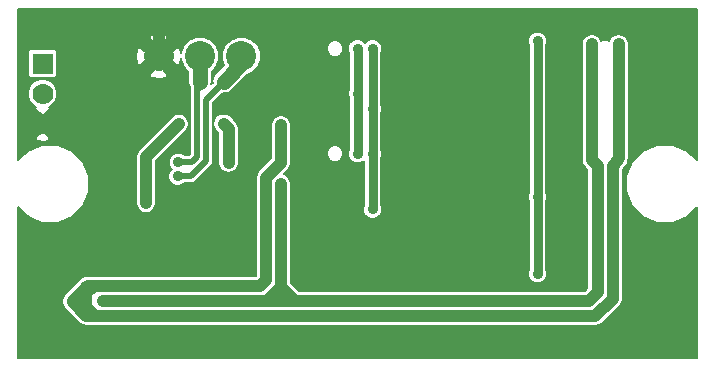
<source format=gbr>
G04 #@! TF.FileFunction,Copper,L2,Bot,Signal*
%FSLAX46Y46*%
G04 Gerber Fmt 4.6, Leading zero omitted, Abs format (unit mm)*
G04 Created by KiCad (PCBNEW 4.0.1-3.201512221401+6198~38~ubuntu15.10.1-stable) date Tue 05 Apr 2016 01:32:22 PM EEST*
%MOMM*%
G01*
G04 APERTURE LIST*
%ADD10C,0.100000*%
%ADD11C,2.540000*%
%ADD12R,1.778000X1.778000*%
%ADD13C,1.778000*%
%ADD14C,0.900000*%
%ADD15C,1.016000*%
%ADD16C,0.990600*%
%ADD17C,0.762000*%
%ADD18C,0.508000*%
%ADD19C,1.270000*%
%ADD20C,0.203200*%
G04 APERTURE END LIST*
D10*
D11*
X142875000Y-100965000D03*
X139375000Y-100965000D03*
X146375000Y-100965000D03*
D12*
X129540000Y-101600000D03*
D13*
X129540000Y-106680000D03*
X129540000Y-104140000D03*
D14*
X149733000Y-106807000D03*
X133223000Y-121666000D03*
X133223000Y-122936000D03*
X149733000Y-107696000D03*
X178308000Y-99949000D03*
X177800000Y-112903000D03*
X132080000Y-121666000D03*
X144862444Y-106678542D03*
X145288000Y-109982000D03*
X149733000Y-112711292D03*
X135636000Y-121666000D03*
X176052999Y-99949000D03*
X176530000Y-112903000D03*
X149733000Y-111760000D03*
X134620000Y-121666000D03*
X158750000Y-109220000D03*
X160020000Y-109220000D03*
X161290000Y-109220000D03*
X162560000Y-109220000D03*
X163830000Y-109220000D03*
X167640000Y-109209814D03*
X168910000Y-109209814D03*
X170180000Y-109209814D03*
X172720000Y-109209814D03*
X174614814Y-109209814D03*
X165605409Y-109209814D03*
X133350000Y-107950000D03*
X132080000Y-106680000D03*
X148943311Y-101600000D03*
X148943311Y-103010305D03*
X148943311Y-99060000D03*
X148943311Y-100330000D03*
X129736296Y-120973296D03*
X129736296Y-119691704D03*
X129692828Y-116459796D03*
X129736296Y-118169529D03*
X133400000Y-118160000D03*
X133350000Y-116459000D03*
X163195000Y-100330000D03*
X161290000Y-100330000D03*
X159385000Y-100330000D03*
X167640000Y-100330000D03*
X169545000Y-100330000D03*
X165608000Y-100457000D03*
X182880000Y-104521000D03*
X180975000Y-104521000D03*
X130175000Y-125984000D03*
X128016000Y-124460000D03*
X128016000Y-121920000D03*
X128016000Y-117475000D03*
X128016000Y-119761000D03*
X127888999Y-105410000D03*
X127888999Y-102870000D03*
X127888999Y-100330000D03*
X131445000Y-97536000D03*
X139375000Y-97545052D03*
X141605000Y-97536000D03*
X144145000Y-97536000D03*
X146685000Y-97536000D03*
X148943311Y-97536000D03*
X151130000Y-97536000D03*
X182245000Y-125984000D03*
X184404000Y-123825000D03*
X184404000Y-118745000D03*
X184404000Y-116840000D03*
X179070000Y-97536000D03*
X180975000Y-97536000D03*
X184436305Y-106680000D03*
X184436305Y-100330000D03*
X184436305Y-102235000D03*
X138303000Y-98171000D03*
X137287000Y-104648000D03*
X136017000Y-103378000D03*
X138303000Y-105664000D03*
X159131000Y-104521000D03*
X160782000Y-104521000D03*
X162306000Y-104521000D03*
X163957000Y-104521000D03*
X165608000Y-104521000D03*
X167259000Y-104521000D03*
X168783000Y-104521000D03*
X170307000Y-104521000D03*
X172974000Y-104521000D03*
X174752000Y-104521000D03*
X184404000Y-104521000D03*
X184404000Y-114808000D03*
X184436305Y-108705015D03*
X128016000Y-114808000D03*
X128016000Y-125984000D03*
X184404000Y-125984000D03*
X127888999Y-108457999D03*
X137160000Y-98171000D03*
X136017000Y-98171000D03*
X147447000Y-104521000D03*
X146177000Y-104521000D03*
X146177000Y-105664000D03*
X131064000Y-116459000D03*
X131114000Y-118160000D03*
X131064000Y-119761000D03*
X147066000Y-112649000D03*
X147066000Y-111506000D03*
X146177000Y-112649000D03*
X145161000Y-111506000D03*
X141029889Y-109954899D03*
X140999596Y-111124416D03*
X171450000Y-99695000D03*
X171450000Y-119380000D03*
X171450000Y-112903000D03*
X157481803Y-113927100D03*
X157480000Y-109220000D03*
X157480000Y-100330000D03*
X157480000Y-105410000D03*
X156219525Y-104155875D03*
X156210000Y-100330000D03*
X156210000Y-109220000D03*
X141097000Y-106680000D03*
X138303000Y-113411000D03*
D15*
X134093945Y-120395990D02*
X147950935Y-120395990D01*
X147950935Y-120395990D02*
X148462990Y-119883935D01*
X148462990Y-119883935D02*
X148462990Y-111233945D01*
X148462990Y-111233945D02*
X149733000Y-109963935D01*
X149733000Y-109963935D02*
X149733000Y-107696000D01*
X176352475Y-122936010D02*
X177800000Y-121488485D01*
X134112000Y-122936010D02*
X176352475Y-122936010D01*
X177800000Y-113539396D02*
X177800000Y-112903000D01*
X177800000Y-121488485D02*
X177800000Y-113539396D01*
X177800000Y-112903000D02*
X177800000Y-110230762D01*
X177800000Y-110230762D02*
X178277001Y-109753761D01*
X178277001Y-109753761D02*
X178277001Y-109636207D01*
X178308000Y-100838000D02*
X178308000Y-99949000D01*
X178277001Y-109636207D02*
X178308000Y-109605208D01*
X178308000Y-109605208D02*
X178308000Y-100838000D01*
X149733000Y-106807000D02*
X149733000Y-107696000D01*
X133223000Y-121666000D02*
X133223000Y-121031000D01*
X133223000Y-122174000D02*
X133223000Y-121666000D01*
X133223000Y-122936000D02*
X133223000Y-122174000D01*
X133350010Y-122936010D02*
X134112000Y-122936010D01*
X134112000Y-122936010D02*
X133985010Y-122936010D01*
X133985010Y-122936010D02*
X133223000Y-122174000D01*
X134093945Y-120395990D02*
X133858010Y-120395990D01*
X133858010Y-120395990D02*
X133223000Y-121031000D01*
X133223000Y-121031000D02*
X133223000Y-120523000D01*
X133223000Y-120523000D02*
X133350010Y-120395990D01*
X132080000Y-121666000D02*
X132080000Y-121793000D01*
X132080000Y-121793000D02*
X133223000Y-122936000D01*
X133223000Y-122936000D02*
X133350000Y-122936000D01*
X133350000Y-122936000D02*
X133350010Y-122936010D01*
X132080000Y-121666000D02*
X133350010Y-120395990D01*
X133350010Y-120395990D02*
X134093945Y-120395990D01*
X145288000Y-107104098D02*
X144862444Y-106678542D01*
X145288000Y-109982000D02*
X145288000Y-107104098D01*
X151003000Y-121666000D02*
X175826419Y-121666000D01*
X151003000Y-121666000D02*
X150876000Y-121666000D01*
X149733000Y-121666000D02*
X151003000Y-121666000D01*
X150876000Y-121666000D02*
X149733000Y-120523000D01*
X148717000Y-121666000D02*
X149733000Y-121666000D01*
X135636000Y-121666000D02*
X148717000Y-121666000D01*
X149733000Y-121666000D02*
X149733000Y-120523000D01*
X149733000Y-120523000D02*
X149733000Y-111760000D01*
X148717000Y-121666000D02*
X148717000Y-121539000D01*
X148717000Y-121539000D02*
X149733000Y-120523000D01*
D16*
X175826419Y-121666000D02*
X176530000Y-120962419D01*
X176530000Y-120962419D02*
X176530000Y-112903000D01*
X176530000Y-112903000D02*
X176530000Y-110230762D01*
X176530000Y-110230762D02*
X176052999Y-109753761D01*
D15*
X176052999Y-109753761D02*
X176052999Y-100863761D01*
X176052999Y-100863761D02*
X176052999Y-99949000D01*
X149733000Y-112711292D02*
X149733000Y-111760000D01*
X134620000Y-121666000D02*
X135636000Y-121666000D01*
D17*
X165608000Y-109207223D02*
X165605409Y-109209814D01*
X165608000Y-104521000D02*
X165608000Y-109207223D01*
D15*
X133350000Y-107950000D02*
X134366000Y-108966000D01*
X132080000Y-106680000D02*
X133350000Y-107950000D01*
X148943311Y-101600000D02*
X148943311Y-100330000D01*
X148943311Y-103010305D02*
X148943311Y-101600000D01*
X148943311Y-99060000D02*
X148943311Y-97536000D01*
X148943311Y-100330000D02*
X148943311Y-99060000D01*
X133400000Y-118160000D02*
X133400000Y-119125988D01*
X133350010Y-119125988D02*
X133350010Y-119121549D01*
X133400000Y-119125988D02*
X133350010Y-119125988D01*
X133350000Y-116459000D02*
X133350000Y-118110000D01*
X133350000Y-118110000D02*
X133400000Y-118160000D01*
X129540000Y-106680000D02*
X132080000Y-106680000D01*
X133350000Y-114935000D02*
X133350000Y-116459000D01*
X134366000Y-113919000D02*
X133350000Y-114935000D01*
X134366000Y-108966000D02*
X134366000Y-113919000D01*
X165608000Y-104521000D02*
X165608000Y-100457000D01*
X130175000Y-125984000D02*
X128016000Y-125984000D01*
X182245000Y-125984000D02*
X130175000Y-125984000D01*
X128016000Y-124460000D02*
X128016000Y-121920000D01*
X128016000Y-125347604D02*
X128016000Y-124460000D01*
X128016000Y-121920000D02*
X128016000Y-119761000D01*
X128016000Y-117475000D02*
X128016000Y-116840000D01*
X128016000Y-119761000D02*
X128016000Y-117475000D01*
X128016000Y-116840000D02*
X128016000Y-114808000D01*
X127888999Y-105410000D02*
X127888999Y-106680000D01*
X127888999Y-102870000D02*
X127888999Y-105410000D01*
X127888999Y-100330000D02*
X127888999Y-102870000D01*
X127888999Y-98425001D02*
X127888999Y-100330000D01*
X131445000Y-97536000D02*
X128778000Y-97536000D01*
X136017000Y-97536000D02*
X131445000Y-97536000D01*
X141605000Y-97536000D02*
X139384052Y-97536000D01*
X144145000Y-97536000D02*
X141605000Y-97536000D01*
X146685000Y-97536000D02*
X144145000Y-97536000D01*
X148943311Y-97536000D02*
X146685000Y-97536000D01*
X151130000Y-97536000D02*
X179070000Y-97536000D01*
X148943311Y-97536000D02*
X151130000Y-97536000D01*
X184404000Y-125984000D02*
X182245000Y-125984000D01*
X184404000Y-123825000D02*
X184404000Y-125984000D01*
X184404000Y-118745000D02*
X184404000Y-123825000D01*
X184404000Y-116840000D02*
X184404000Y-118745000D01*
X184404000Y-114808000D02*
X184404000Y-116840000D01*
X179070000Y-97536000D02*
X180975000Y-97536000D01*
X180975000Y-97536000D02*
X184436305Y-97536000D01*
X184436305Y-106680000D02*
X184436305Y-108705015D01*
X184436305Y-105029000D02*
X184436305Y-106680000D01*
X184436305Y-100330000D02*
X184436305Y-102235000D01*
X184436305Y-97536000D02*
X184436305Y-100330000D01*
X184436305Y-102235000D02*
X184436305Y-105029000D01*
X184404000Y-104521000D02*
X184436305Y-104553305D01*
X184436305Y-104553305D02*
X184436305Y-105029000D01*
X139319000Y-98171000D02*
X137160000Y-98171000D01*
X137160000Y-98171000D02*
X136017000Y-98171000D01*
X137160000Y-97536000D02*
X136017000Y-97536000D01*
X136017000Y-103378000D02*
X136017000Y-97536000D01*
X139384052Y-97536000D02*
X137160000Y-97536000D01*
X137160000Y-98171000D02*
X137160000Y-97536000D01*
X130427604Y-119761000D02*
X128016000Y-119761000D01*
X131064000Y-119761000D02*
X130427604Y-119761000D01*
X128016000Y-125984000D02*
X128016000Y-125347604D01*
X127888999Y-106680000D02*
X127888999Y-108457999D01*
X128778000Y-97536000D02*
X127888999Y-98425001D01*
X127888999Y-106680000D02*
X129540000Y-106680000D01*
X139384052Y-97536000D02*
X139375000Y-97545052D01*
X139375000Y-97545052D02*
X139375000Y-100965000D01*
X147447000Y-104521000D02*
X147447000Y-104506616D01*
X147447000Y-104506616D02*
X148943311Y-103010305D01*
X147066000Y-111506000D02*
X147066000Y-104902000D01*
X147066000Y-104902000D02*
X147447000Y-104521000D01*
X147066000Y-112649000D02*
X147066000Y-111506000D01*
X147066000Y-112649000D02*
X147066000Y-119121549D01*
X147066000Y-119121549D02*
X133350010Y-119121549D01*
X133350010Y-119121549D02*
X131703451Y-119121549D01*
X131703451Y-119121549D02*
X131064000Y-119761000D01*
D18*
X142605537Y-103886000D02*
X142605537Y-103813959D01*
X142605537Y-103813959D02*
X142875000Y-103544496D01*
X142875000Y-103544496D02*
X142875000Y-103124000D01*
X142605537Y-103886000D02*
X142605537Y-109536277D01*
X142605537Y-103393463D02*
X142605537Y-103886000D01*
X141036459Y-109961469D02*
X141029889Y-109954899D01*
X142180345Y-109961469D02*
X141036459Y-109961469D01*
X142605537Y-109536277D02*
X142180345Y-109961469D01*
X142875000Y-103124000D02*
X142605537Y-103393463D01*
X141002788Y-109982000D02*
X141029889Y-109954899D01*
D19*
X142875000Y-100965000D02*
X142875000Y-103124000D01*
D18*
X141635992Y-111124416D02*
X140999596Y-111124416D01*
X143367547Y-109851913D02*
X142095044Y-111124416D01*
X143367548Y-104663452D02*
X143367547Y-109851913D01*
X144907000Y-103124000D02*
X143367548Y-104663452D01*
X142095044Y-111124416D02*
X141635992Y-111124416D01*
D19*
X146375000Y-101656000D02*
X144907000Y-103124000D01*
X146375000Y-100965000D02*
X146375000Y-101656000D01*
D17*
X171450000Y-112903000D02*
X171450000Y-99695000D01*
X171450000Y-112903000D02*
X171450000Y-119380000D01*
X157480000Y-113925297D02*
X157481803Y-113927100D01*
X157480000Y-109220000D02*
X157480000Y-113925297D01*
X157480000Y-105410000D02*
X157480000Y-109220000D01*
X157480000Y-105410000D02*
X157480000Y-100330000D01*
X156210000Y-109220000D02*
X156210000Y-104165400D01*
X156210000Y-100330000D02*
X156210000Y-104146350D01*
X156210000Y-104165400D02*
X156219525Y-104155875D01*
X156210000Y-104146350D02*
X156219525Y-104155875D01*
D15*
X138303000Y-113411000D02*
X138303000Y-109475234D01*
X138303000Y-109475234D02*
X141097000Y-106681234D01*
X141097000Y-106681234D02*
X141097000Y-106680000D01*
D20*
G36*
X184937400Y-109783856D02*
X184117648Y-108962672D01*
X182904610Y-108458975D01*
X181591152Y-108457828D01*
X180377237Y-108959408D01*
X179447672Y-109887352D01*
X178943975Y-111100390D01*
X178942828Y-112413848D01*
X179444408Y-113627763D01*
X180372352Y-114557328D01*
X181585390Y-115061025D01*
X182898848Y-115062172D01*
X184112763Y-114560592D01*
X184937400Y-113737393D01*
X184937400Y-126517400D01*
X127482600Y-126517400D01*
X127482600Y-121666000D01*
X131216400Y-121666000D01*
X131216400Y-121793000D01*
X131277296Y-122099142D01*
X131282138Y-122123485D01*
X131469343Y-122403657D01*
X132612343Y-123546657D01*
X132892514Y-123733862D01*
X132930712Y-123741460D01*
X133223000Y-123799600D01*
X133349960Y-123799600D01*
X133350010Y-123799610D01*
X176352475Y-123799610D01*
X176682960Y-123733872D01*
X176963132Y-123546667D01*
X178410657Y-122099143D01*
X178564109Y-121869485D01*
X178597862Y-121818970D01*
X178663600Y-121488485D01*
X178663600Y-110588477D01*
X178887658Y-110364419D01*
X179074863Y-110084247D01*
X179098246Y-109966692D01*
X179103797Y-109938784D01*
X179105862Y-109935694D01*
X179128665Y-109821053D01*
X179171600Y-109605208D01*
X179171600Y-99949000D01*
X179105862Y-99618515D01*
X178918657Y-99338343D01*
X178638485Y-99151138D01*
X178308000Y-99085400D01*
X177977515Y-99151138D01*
X177697343Y-99338343D01*
X177510138Y-99618515D01*
X177493457Y-99702375D01*
X177305968Y-99624522D01*
X177025263Y-99624277D01*
X176865166Y-99690428D01*
X176850861Y-99618515D01*
X176663656Y-99338343D01*
X176383484Y-99151138D01*
X176052999Y-99085400D01*
X175722514Y-99151138D01*
X175442342Y-99338343D01*
X175255137Y-99618515D01*
X175189399Y-99949000D01*
X175189399Y-109753761D01*
X175255137Y-110084246D01*
X175442342Y-110364418D01*
X175496468Y-110400584D01*
X175679100Y-110583216D01*
X175679100Y-120609965D01*
X175486665Y-120802400D01*
X151233714Y-120802400D01*
X150596600Y-120165286D01*
X150596600Y-111760000D01*
X150530862Y-111429515D01*
X150343657Y-111149343D01*
X150063485Y-110962138D01*
X149973926Y-110944324D01*
X150343657Y-110574593D01*
X150530862Y-110294421D01*
X150560992Y-110142947D01*
X150596600Y-109963935D01*
X150596600Y-109359737D01*
X153599277Y-109359737D01*
X153706472Y-109619168D01*
X153904788Y-109817830D01*
X154164032Y-109925478D01*
X154444737Y-109925723D01*
X154704168Y-109818528D01*
X154902830Y-109620212D01*
X155010478Y-109360968D01*
X155010723Y-109080263D01*
X154903528Y-108820832D01*
X154705212Y-108622170D01*
X154445968Y-108514522D01*
X154165263Y-108514277D01*
X153905832Y-108621472D01*
X153707170Y-108819788D01*
X153599522Y-109079032D01*
X153599277Y-109359737D01*
X150596600Y-109359737D01*
X150596600Y-106807000D01*
X150530862Y-106476515D01*
X150343657Y-106196343D01*
X150063485Y-106009138D01*
X149733000Y-105943400D01*
X149402515Y-106009138D01*
X149122343Y-106196343D01*
X148935138Y-106476515D01*
X148869400Y-106807000D01*
X148869400Y-109606220D01*
X147852333Y-110623288D01*
X147665128Y-110903460D01*
X147599390Y-111233945D01*
X147599390Y-119526220D01*
X147593221Y-119532390D01*
X133350010Y-119532390D01*
X133074355Y-119587221D01*
X133019524Y-119598128D01*
X132739352Y-119785333D01*
X131469343Y-121055343D01*
X131282138Y-121335515D01*
X131216400Y-121666000D01*
X127482600Y-121666000D01*
X127482600Y-113736144D01*
X128302352Y-114557328D01*
X129515390Y-115061025D01*
X130828848Y-115062172D01*
X132042763Y-114560592D01*
X132972328Y-113632648D01*
X133476025Y-112419610D01*
X133477172Y-111106152D01*
X132975592Y-109892237D01*
X132559317Y-109475234D01*
X137439400Y-109475234D01*
X137439400Y-113411000D01*
X137505138Y-113741485D01*
X137692343Y-114021657D01*
X137972515Y-114208862D01*
X138303000Y-114274600D01*
X138633485Y-114208862D01*
X138913657Y-114021657D01*
X139100862Y-113741485D01*
X139166600Y-113411000D01*
X139166600Y-109832948D01*
X141707658Y-107291891D01*
X141894862Y-107011719D01*
X141960600Y-106681234D01*
X141960600Y-106680000D01*
X141894862Y-106349515D01*
X141707657Y-106069343D01*
X141427485Y-105882138D01*
X141097000Y-105816400D01*
X140766515Y-105882138D01*
X140486343Y-106069343D01*
X140483860Y-106073059D01*
X137692343Y-108864577D01*
X137505138Y-109144749D01*
X137439400Y-109475234D01*
X132559317Y-109475234D01*
X132047648Y-108962672D01*
X130834610Y-108458975D01*
X129521152Y-108457828D01*
X128307237Y-108959408D01*
X127482600Y-109782607D01*
X127482600Y-107914793D01*
X128933825Y-107914793D01*
X129040339Y-108123952D01*
X129630950Y-108205250D01*
X130039661Y-108123952D01*
X130146175Y-107914793D01*
X129540000Y-107308618D01*
X128933825Y-107914793D01*
X127482600Y-107914793D01*
X127482600Y-106770950D01*
X128014750Y-106770950D01*
X128096048Y-107179661D01*
X128305207Y-107286175D01*
X128911382Y-106680000D01*
X130168618Y-106680000D01*
X130774793Y-107286175D01*
X130983952Y-107179661D01*
X131065250Y-106589050D01*
X130983952Y-106180339D01*
X130774793Y-106073825D01*
X130168618Y-106680000D01*
X128911382Y-106680000D01*
X128305207Y-106073825D01*
X128096048Y-106180339D01*
X128014750Y-106770950D01*
X127482600Y-106770950D01*
X127482600Y-104386480D01*
X128295185Y-104386480D01*
X128484264Y-104844088D01*
X128834070Y-105194505D01*
X129021798Y-105272456D01*
X128933825Y-105445207D01*
X129540000Y-106051382D01*
X130146175Y-105445207D01*
X130058238Y-105272527D01*
X130244088Y-105195736D01*
X130594505Y-104845930D01*
X130784383Y-104388652D01*
X130784815Y-103893520D01*
X130595736Y-103435912D01*
X130245930Y-103085495D01*
X129788652Y-102895617D01*
X129293520Y-102895185D01*
X128835912Y-103084264D01*
X128485495Y-103434070D01*
X128295617Y-103891348D01*
X128295185Y-104386480D01*
X127482600Y-104386480D01*
X127482600Y-100711000D01*
X128288434Y-100711000D01*
X128288434Y-102489000D01*
X128313230Y-102620777D01*
X128391110Y-102741807D01*
X128509942Y-102823001D01*
X128651000Y-102851566D01*
X130429000Y-102851566D01*
X130560777Y-102826770D01*
X130681807Y-102748890D01*
X130763001Y-102630058D01*
X130783033Y-102531133D01*
X138563208Y-102531133D01*
X138724595Y-102767680D01*
X139463959Y-102879358D01*
X140025405Y-102767680D01*
X140186792Y-102531133D01*
X139375000Y-101719342D01*
X138563208Y-102531133D01*
X130783033Y-102531133D01*
X130791566Y-102489000D01*
X130791566Y-101053959D01*
X137460642Y-101053959D01*
X137572320Y-101615405D01*
X137808867Y-101776792D01*
X138620658Y-100965000D01*
X140129342Y-100965000D01*
X140941133Y-101776792D01*
X141177680Y-101615405D01*
X141249246Y-101141604D01*
X141249119Y-101286933D01*
X141496080Y-101884625D01*
X141884400Y-102273623D01*
X141884400Y-103124000D01*
X141959805Y-103503086D01*
X141995937Y-103557161D01*
X141995937Y-109283772D01*
X141927841Y-109351869D01*
X141566209Y-109351869D01*
X141486821Y-109272342D01*
X141190836Y-109149439D01*
X140870348Y-109149159D01*
X140574149Y-109271546D01*
X140347332Y-109497967D01*
X140224429Y-109793952D01*
X140224149Y-110114440D01*
X140346536Y-110410639D01*
X140460236Y-110524537D01*
X140317039Y-110667484D01*
X140194136Y-110963469D01*
X140193856Y-111283957D01*
X140316243Y-111580156D01*
X140542664Y-111806973D01*
X140838649Y-111929876D01*
X141159137Y-111930156D01*
X141455336Y-111807769D01*
X141529218Y-111734016D01*
X142095044Y-111734016D01*
X142328328Y-111687613D01*
X142526096Y-111555468D01*
X143798599Y-110282965D01*
X143930744Y-110085197D01*
X143977147Y-109851913D01*
X143977147Y-106678542D01*
X143998845Y-106678542D01*
X144064582Y-107009027D01*
X144251787Y-107289199D01*
X144424400Y-107461812D01*
X144424400Y-109982000D01*
X144490138Y-110312485D01*
X144677343Y-110592657D01*
X144957515Y-110779862D01*
X145288000Y-110845600D01*
X145618485Y-110779862D01*
X145898657Y-110592657D01*
X146085862Y-110312485D01*
X146151600Y-109982000D01*
X146151600Y-107104098D01*
X146085862Y-106773613D01*
X145898657Y-106493441D01*
X145473101Y-106067885D01*
X145192929Y-105880680D01*
X144862444Y-105814943D01*
X144531959Y-105880680D01*
X144251787Y-106067885D01*
X144064582Y-106348057D01*
X143998845Y-106678542D01*
X143977147Y-106678542D01*
X143977148Y-104915956D01*
X144799823Y-104093281D01*
X144907000Y-104114600D01*
X145286086Y-104039195D01*
X145607460Y-103824460D01*
X146942509Y-102489411D01*
X147294625Y-102343920D01*
X147752313Y-101887030D01*
X148000317Y-101289770D01*
X148000881Y-100643067D01*
X147929263Y-100469737D01*
X153599277Y-100469737D01*
X153706472Y-100729168D01*
X153904788Y-100927830D01*
X154164032Y-101035478D01*
X154444737Y-101035723D01*
X154704168Y-100928528D01*
X154902830Y-100730212D01*
X155002765Y-100489541D01*
X155404260Y-100489541D01*
X155473400Y-100656872D01*
X155473400Y-103852033D01*
X155414065Y-103994928D01*
X155413785Y-104315416D01*
X155473400Y-104459695D01*
X155473400Y-108893219D01*
X155404540Y-109059053D01*
X155404260Y-109379541D01*
X155526647Y-109675740D01*
X155753068Y-109902557D01*
X156049053Y-110025460D01*
X156369541Y-110025740D01*
X156665740Y-109903353D01*
X156743400Y-109825829D01*
X156743400Y-113604661D01*
X156676343Y-113766153D01*
X156676063Y-114086641D01*
X156798450Y-114382840D01*
X157024871Y-114609657D01*
X157320856Y-114732560D01*
X157641344Y-114732840D01*
X157937543Y-114610453D01*
X158164360Y-114384032D01*
X158287263Y-114088047D01*
X158287543Y-113767559D01*
X158216600Y-113595864D01*
X158216600Y-109546781D01*
X158285460Y-109380947D01*
X158285740Y-109060459D01*
X158216600Y-108893128D01*
X158216600Y-105736781D01*
X158285460Y-105570947D01*
X158285740Y-105250459D01*
X158216600Y-105083128D01*
X158216600Y-100656781D01*
X158285460Y-100490947D01*
X158285740Y-100170459D01*
X158163353Y-99874260D01*
X158143669Y-99854541D01*
X170644260Y-99854541D01*
X170713400Y-100021872D01*
X170713400Y-112576219D01*
X170644540Y-112742053D01*
X170644260Y-113062541D01*
X170713400Y-113229872D01*
X170713400Y-119053219D01*
X170644540Y-119219053D01*
X170644260Y-119539541D01*
X170766647Y-119835740D01*
X170993068Y-120062557D01*
X171289053Y-120185460D01*
X171609541Y-120185740D01*
X171905740Y-120063353D01*
X172132557Y-119836932D01*
X172255460Y-119540947D01*
X172255740Y-119220459D01*
X172186600Y-119053128D01*
X172186600Y-113229781D01*
X172255460Y-113063947D01*
X172255740Y-112743459D01*
X172186600Y-112576128D01*
X172186600Y-100021781D01*
X172255460Y-99855947D01*
X172255740Y-99535459D01*
X172133353Y-99239260D01*
X171906932Y-99012443D01*
X171610947Y-98889540D01*
X171290459Y-98889260D01*
X170994260Y-99011647D01*
X170767443Y-99238068D01*
X170644540Y-99534053D01*
X170644260Y-99854541D01*
X158143669Y-99854541D01*
X157936932Y-99647443D01*
X157640947Y-99524540D01*
X157320459Y-99524260D01*
X157024260Y-99646647D01*
X156844886Y-99825708D01*
X156666932Y-99647443D01*
X156370947Y-99524540D01*
X156050459Y-99524260D01*
X155754260Y-99646647D01*
X155527443Y-99873068D01*
X155404540Y-100169053D01*
X155404260Y-100489541D01*
X155002765Y-100489541D01*
X155010478Y-100470968D01*
X155010723Y-100190263D01*
X154903528Y-99930832D01*
X154705212Y-99732170D01*
X154445968Y-99624522D01*
X154165263Y-99624277D01*
X153905832Y-99731472D01*
X153707170Y-99929788D01*
X153599522Y-100189032D01*
X153599277Y-100469737D01*
X147929263Y-100469737D01*
X147753920Y-100045375D01*
X147297030Y-99587687D01*
X146699770Y-99339683D01*
X146053067Y-99339119D01*
X145455375Y-99586080D01*
X144997687Y-100042970D01*
X144749683Y-100640230D01*
X144749119Y-101286933D01*
X144922802Y-101707278D01*
X144206540Y-102423540D01*
X143991805Y-102744914D01*
X143916400Y-103124000D01*
X143937719Y-103231177D01*
X143821080Y-103347816D01*
X143865600Y-103124000D01*
X143865600Y-102273069D01*
X144252313Y-101887030D01*
X144500317Y-101289770D01*
X144500881Y-100643067D01*
X144253920Y-100045375D01*
X143797030Y-99587687D01*
X143199770Y-99339683D01*
X142553067Y-99339119D01*
X141955375Y-99586080D01*
X141497687Y-100042970D01*
X141249683Y-100640230D01*
X141249651Y-100676422D01*
X141177680Y-100314595D01*
X140941133Y-100153208D01*
X140129342Y-100965000D01*
X138620658Y-100965000D01*
X137808867Y-100153208D01*
X137572320Y-100314595D01*
X137460642Y-101053959D01*
X130791566Y-101053959D01*
X130791566Y-100711000D01*
X130766770Y-100579223D01*
X130688890Y-100458193D01*
X130570058Y-100376999D01*
X130429000Y-100348434D01*
X128651000Y-100348434D01*
X128519223Y-100373230D01*
X128398193Y-100451110D01*
X128316999Y-100569942D01*
X128288434Y-100711000D01*
X127482600Y-100711000D01*
X127482600Y-99398867D01*
X138563208Y-99398867D01*
X139375000Y-100210658D01*
X140186792Y-99398867D01*
X140025405Y-99162320D01*
X139286041Y-99050642D01*
X138724595Y-99162320D01*
X138563208Y-99398867D01*
X127482600Y-99398867D01*
X127482600Y-97002600D01*
X184937400Y-97002600D01*
X184937400Y-109783856D01*
X184937400Y-109783856D01*
G37*
X184937400Y-109783856D02*
X184117648Y-108962672D01*
X182904610Y-108458975D01*
X181591152Y-108457828D01*
X180377237Y-108959408D01*
X179447672Y-109887352D01*
X178943975Y-111100390D01*
X178942828Y-112413848D01*
X179444408Y-113627763D01*
X180372352Y-114557328D01*
X181585390Y-115061025D01*
X182898848Y-115062172D01*
X184112763Y-114560592D01*
X184937400Y-113737393D01*
X184937400Y-126517400D01*
X127482600Y-126517400D01*
X127482600Y-121666000D01*
X131216400Y-121666000D01*
X131216400Y-121793000D01*
X131277296Y-122099142D01*
X131282138Y-122123485D01*
X131469343Y-122403657D01*
X132612343Y-123546657D01*
X132892514Y-123733862D01*
X132930712Y-123741460D01*
X133223000Y-123799600D01*
X133349960Y-123799600D01*
X133350010Y-123799610D01*
X176352475Y-123799610D01*
X176682960Y-123733872D01*
X176963132Y-123546667D01*
X178410657Y-122099143D01*
X178564109Y-121869485D01*
X178597862Y-121818970D01*
X178663600Y-121488485D01*
X178663600Y-110588477D01*
X178887658Y-110364419D01*
X179074863Y-110084247D01*
X179098246Y-109966692D01*
X179103797Y-109938784D01*
X179105862Y-109935694D01*
X179128665Y-109821053D01*
X179171600Y-109605208D01*
X179171600Y-99949000D01*
X179105862Y-99618515D01*
X178918657Y-99338343D01*
X178638485Y-99151138D01*
X178308000Y-99085400D01*
X177977515Y-99151138D01*
X177697343Y-99338343D01*
X177510138Y-99618515D01*
X177493457Y-99702375D01*
X177305968Y-99624522D01*
X177025263Y-99624277D01*
X176865166Y-99690428D01*
X176850861Y-99618515D01*
X176663656Y-99338343D01*
X176383484Y-99151138D01*
X176052999Y-99085400D01*
X175722514Y-99151138D01*
X175442342Y-99338343D01*
X175255137Y-99618515D01*
X175189399Y-99949000D01*
X175189399Y-109753761D01*
X175255137Y-110084246D01*
X175442342Y-110364418D01*
X175496468Y-110400584D01*
X175679100Y-110583216D01*
X175679100Y-120609965D01*
X175486665Y-120802400D01*
X151233714Y-120802400D01*
X150596600Y-120165286D01*
X150596600Y-111760000D01*
X150530862Y-111429515D01*
X150343657Y-111149343D01*
X150063485Y-110962138D01*
X149973926Y-110944324D01*
X150343657Y-110574593D01*
X150530862Y-110294421D01*
X150560992Y-110142947D01*
X150596600Y-109963935D01*
X150596600Y-109359737D01*
X153599277Y-109359737D01*
X153706472Y-109619168D01*
X153904788Y-109817830D01*
X154164032Y-109925478D01*
X154444737Y-109925723D01*
X154704168Y-109818528D01*
X154902830Y-109620212D01*
X155010478Y-109360968D01*
X155010723Y-109080263D01*
X154903528Y-108820832D01*
X154705212Y-108622170D01*
X154445968Y-108514522D01*
X154165263Y-108514277D01*
X153905832Y-108621472D01*
X153707170Y-108819788D01*
X153599522Y-109079032D01*
X153599277Y-109359737D01*
X150596600Y-109359737D01*
X150596600Y-106807000D01*
X150530862Y-106476515D01*
X150343657Y-106196343D01*
X150063485Y-106009138D01*
X149733000Y-105943400D01*
X149402515Y-106009138D01*
X149122343Y-106196343D01*
X148935138Y-106476515D01*
X148869400Y-106807000D01*
X148869400Y-109606220D01*
X147852333Y-110623288D01*
X147665128Y-110903460D01*
X147599390Y-111233945D01*
X147599390Y-119526220D01*
X147593221Y-119532390D01*
X133350010Y-119532390D01*
X133074355Y-119587221D01*
X133019524Y-119598128D01*
X132739352Y-119785333D01*
X131469343Y-121055343D01*
X131282138Y-121335515D01*
X131216400Y-121666000D01*
X127482600Y-121666000D01*
X127482600Y-113736144D01*
X128302352Y-114557328D01*
X129515390Y-115061025D01*
X130828848Y-115062172D01*
X132042763Y-114560592D01*
X132972328Y-113632648D01*
X133476025Y-112419610D01*
X133477172Y-111106152D01*
X132975592Y-109892237D01*
X132559317Y-109475234D01*
X137439400Y-109475234D01*
X137439400Y-113411000D01*
X137505138Y-113741485D01*
X137692343Y-114021657D01*
X137972515Y-114208862D01*
X138303000Y-114274600D01*
X138633485Y-114208862D01*
X138913657Y-114021657D01*
X139100862Y-113741485D01*
X139166600Y-113411000D01*
X139166600Y-109832948D01*
X141707658Y-107291891D01*
X141894862Y-107011719D01*
X141960600Y-106681234D01*
X141960600Y-106680000D01*
X141894862Y-106349515D01*
X141707657Y-106069343D01*
X141427485Y-105882138D01*
X141097000Y-105816400D01*
X140766515Y-105882138D01*
X140486343Y-106069343D01*
X140483860Y-106073059D01*
X137692343Y-108864577D01*
X137505138Y-109144749D01*
X137439400Y-109475234D01*
X132559317Y-109475234D01*
X132047648Y-108962672D01*
X130834610Y-108458975D01*
X129521152Y-108457828D01*
X128307237Y-108959408D01*
X127482600Y-109782607D01*
X127482600Y-107914793D01*
X128933825Y-107914793D01*
X129040339Y-108123952D01*
X129630950Y-108205250D01*
X130039661Y-108123952D01*
X130146175Y-107914793D01*
X129540000Y-107308618D01*
X128933825Y-107914793D01*
X127482600Y-107914793D01*
X127482600Y-106770950D01*
X128014750Y-106770950D01*
X128096048Y-107179661D01*
X128305207Y-107286175D01*
X128911382Y-106680000D01*
X130168618Y-106680000D01*
X130774793Y-107286175D01*
X130983952Y-107179661D01*
X131065250Y-106589050D01*
X130983952Y-106180339D01*
X130774793Y-106073825D01*
X130168618Y-106680000D01*
X128911382Y-106680000D01*
X128305207Y-106073825D01*
X128096048Y-106180339D01*
X128014750Y-106770950D01*
X127482600Y-106770950D01*
X127482600Y-104386480D01*
X128295185Y-104386480D01*
X128484264Y-104844088D01*
X128834070Y-105194505D01*
X129021798Y-105272456D01*
X128933825Y-105445207D01*
X129540000Y-106051382D01*
X130146175Y-105445207D01*
X130058238Y-105272527D01*
X130244088Y-105195736D01*
X130594505Y-104845930D01*
X130784383Y-104388652D01*
X130784815Y-103893520D01*
X130595736Y-103435912D01*
X130245930Y-103085495D01*
X129788652Y-102895617D01*
X129293520Y-102895185D01*
X128835912Y-103084264D01*
X128485495Y-103434070D01*
X128295617Y-103891348D01*
X128295185Y-104386480D01*
X127482600Y-104386480D01*
X127482600Y-100711000D01*
X128288434Y-100711000D01*
X128288434Y-102489000D01*
X128313230Y-102620777D01*
X128391110Y-102741807D01*
X128509942Y-102823001D01*
X128651000Y-102851566D01*
X130429000Y-102851566D01*
X130560777Y-102826770D01*
X130681807Y-102748890D01*
X130763001Y-102630058D01*
X130783033Y-102531133D01*
X138563208Y-102531133D01*
X138724595Y-102767680D01*
X139463959Y-102879358D01*
X140025405Y-102767680D01*
X140186792Y-102531133D01*
X139375000Y-101719342D01*
X138563208Y-102531133D01*
X130783033Y-102531133D01*
X130791566Y-102489000D01*
X130791566Y-101053959D01*
X137460642Y-101053959D01*
X137572320Y-101615405D01*
X137808867Y-101776792D01*
X138620658Y-100965000D01*
X140129342Y-100965000D01*
X140941133Y-101776792D01*
X141177680Y-101615405D01*
X141249246Y-101141604D01*
X141249119Y-101286933D01*
X141496080Y-101884625D01*
X141884400Y-102273623D01*
X141884400Y-103124000D01*
X141959805Y-103503086D01*
X141995937Y-103557161D01*
X141995937Y-109283772D01*
X141927841Y-109351869D01*
X141566209Y-109351869D01*
X141486821Y-109272342D01*
X141190836Y-109149439D01*
X140870348Y-109149159D01*
X140574149Y-109271546D01*
X140347332Y-109497967D01*
X140224429Y-109793952D01*
X140224149Y-110114440D01*
X140346536Y-110410639D01*
X140460236Y-110524537D01*
X140317039Y-110667484D01*
X140194136Y-110963469D01*
X140193856Y-111283957D01*
X140316243Y-111580156D01*
X140542664Y-111806973D01*
X140838649Y-111929876D01*
X141159137Y-111930156D01*
X141455336Y-111807769D01*
X141529218Y-111734016D01*
X142095044Y-111734016D01*
X142328328Y-111687613D01*
X142526096Y-111555468D01*
X143798599Y-110282965D01*
X143930744Y-110085197D01*
X143977147Y-109851913D01*
X143977147Y-106678542D01*
X143998845Y-106678542D01*
X144064582Y-107009027D01*
X144251787Y-107289199D01*
X144424400Y-107461812D01*
X144424400Y-109982000D01*
X144490138Y-110312485D01*
X144677343Y-110592657D01*
X144957515Y-110779862D01*
X145288000Y-110845600D01*
X145618485Y-110779862D01*
X145898657Y-110592657D01*
X146085862Y-110312485D01*
X146151600Y-109982000D01*
X146151600Y-107104098D01*
X146085862Y-106773613D01*
X145898657Y-106493441D01*
X145473101Y-106067885D01*
X145192929Y-105880680D01*
X144862444Y-105814943D01*
X144531959Y-105880680D01*
X144251787Y-106067885D01*
X144064582Y-106348057D01*
X143998845Y-106678542D01*
X143977147Y-106678542D01*
X143977148Y-104915956D01*
X144799823Y-104093281D01*
X144907000Y-104114600D01*
X145286086Y-104039195D01*
X145607460Y-103824460D01*
X146942509Y-102489411D01*
X147294625Y-102343920D01*
X147752313Y-101887030D01*
X148000317Y-101289770D01*
X148000881Y-100643067D01*
X147929263Y-100469737D01*
X153599277Y-100469737D01*
X153706472Y-100729168D01*
X153904788Y-100927830D01*
X154164032Y-101035478D01*
X154444737Y-101035723D01*
X154704168Y-100928528D01*
X154902830Y-100730212D01*
X155002765Y-100489541D01*
X155404260Y-100489541D01*
X155473400Y-100656872D01*
X155473400Y-103852033D01*
X155414065Y-103994928D01*
X155413785Y-104315416D01*
X155473400Y-104459695D01*
X155473400Y-108893219D01*
X155404540Y-109059053D01*
X155404260Y-109379541D01*
X155526647Y-109675740D01*
X155753068Y-109902557D01*
X156049053Y-110025460D01*
X156369541Y-110025740D01*
X156665740Y-109903353D01*
X156743400Y-109825829D01*
X156743400Y-113604661D01*
X156676343Y-113766153D01*
X156676063Y-114086641D01*
X156798450Y-114382840D01*
X157024871Y-114609657D01*
X157320856Y-114732560D01*
X157641344Y-114732840D01*
X157937543Y-114610453D01*
X158164360Y-114384032D01*
X158287263Y-114088047D01*
X158287543Y-113767559D01*
X158216600Y-113595864D01*
X158216600Y-109546781D01*
X158285460Y-109380947D01*
X158285740Y-109060459D01*
X158216600Y-108893128D01*
X158216600Y-105736781D01*
X158285460Y-105570947D01*
X158285740Y-105250459D01*
X158216600Y-105083128D01*
X158216600Y-100656781D01*
X158285460Y-100490947D01*
X158285740Y-100170459D01*
X158163353Y-99874260D01*
X158143669Y-99854541D01*
X170644260Y-99854541D01*
X170713400Y-100021872D01*
X170713400Y-112576219D01*
X170644540Y-112742053D01*
X170644260Y-113062541D01*
X170713400Y-113229872D01*
X170713400Y-119053219D01*
X170644540Y-119219053D01*
X170644260Y-119539541D01*
X170766647Y-119835740D01*
X170993068Y-120062557D01*
X171289053Y-120185460D01*
X171609541Y-120185740D01*
X171905740Y-120063353D01*
X172132557Y-119836932D01*
X172255460Y-119540947D01*
X172255740Y-119220459D01*
X172186600Y-119053128D01*
X172186600Y-113229781D01*
X172255460Y-113063947D01*
X172255740Y-112743459D01*
X172186600Y-112576128D01*
X172186600Y-100021781D01*
X172255460Y-99855947D01*
X172255740Y-99535459D01*
X172133353Y-99239260D01*
X171906932Y-99012443D01*
X171610947Y-98889540D01*
X171290459Y-98889260D01*
X170994260Y-99011647D01*
X170767443Y-99238068D01*
X170644540Y-99534053D01*
X170644260Y-99854541D01*
X158143669Y-99854541D01*
X157936932Y-99647443D01*
X157640947Y-99524540D01*
X157320459Y-99524260D01*
X157024260Y-99646647D01*
X156844886Y-99825708D01*
X156666932Y-99647443D01*
X156370947Y-99524540D01*
X156050459Y-99524260D01*
X155754260Y-99646647D01*
X155527443Y-99873068D01*
X155404540Y-100169053D01*
X155404260Y-100489541D01*
X155002765Y-100489541D01*
X155010478Y-100470968D01*
X155010723Y-100190263D01*
X154903528Y-99930832D01*
X154705212Y-99732170D01*
X154445968Y-99624522D01*
X154165263Y-99624277D01*
X153905832Y-99731472D01*
X153707170Y-99929788D01*
X153599522Y-100189032D01*
X153599277Y-100469737D01*
X147929263Y-100469737D01*
X147753920Y-100045375D01*
X147297030Y-99587687D01*
X146699770Y-99339683D01*
X146053067Y-99339119D01*
X145455375Y-99586080D01*
X144997687Y-100042970D01*
X144749683Y-100640230D01*
X144749119Y-101286933D01*
X144922802Y-101707278D01*
X144206540Y-102423540D01*
X143991805Y-102744914D01*
X143916400Y-103124000D01*
X143937719Y-103231177D01*
X143821080Y-103347816D01*
X143865600Y-103124000D01*
X143865600Y-102273069D01*
X144252313Y-101887030D01*
X144500317Y-101289770D01*
X144500881Y-100643067D01*
X144253920Y-100045375D01*
X143797030Y-99587687D01*
X143199770Y-99339683D01*
X142553067Y-99339119D01*
X141955375Y-99586080D01*
X141497687Y-100042970D01*
X141249683Y-100640230D01*
X141249651Y-100676422D01*
X141177680Y-100314595D01*
X140941133Y-100153208D01*
X140129342Y-100965000D01*
X138620658Y-100965000D01*
X137808867Y-100153208D01*
X137572320Y-100314595D01*
X137460642Y-101053959D01*
X130791566Y-101053959D01*
X130791566Y-100711000D01*
X130766770Y-100579223D01*
X130688890Y-100458193D01*
X130570058Y-100376999D01*
X130429000Y-100348434D01*
X128651000Y-100348434D01*
X128519223Y-100373230D01*
X128398193Y-100451110D01*
X128316999Y-100569942D01*
X128288434Y-100711000D01*
X127482600Y-100711000D01*
X127482600Y-99398867D01*
X138563208Y-99398867D01*
X139375000Y-100210658D01*
X140186792Y-99398867D01*
X140025405Y-99162320D01*
X139286041Y-99050642D01*
X138724595Y-99162320D01*
X138563208Y-99398867D01*
X127482600Y-99398867D01*
X127482600Y-97002600D01*
X184937400Y-97002600D01*
X184937400Y-109783856D01*
M02*

</source>
